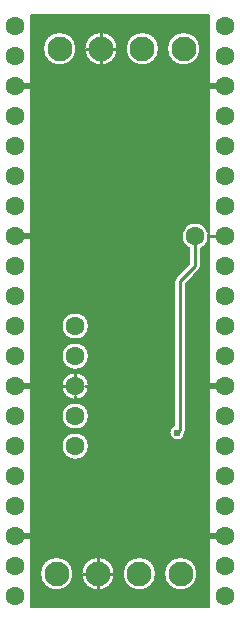
<source format=gbl>
G04 Layer: BottomLayer*
G04 EasyEDA Pro v2.2.37.7, 2025-03-30 22:28:03*
G04 Gerber Generator version 0.3*
G04 Scale: 100 percent, Rotated: No, Reflected: No*
G04 Dimensions in millimeters*
G04 Leading zeros omitted, absolute positions, 4 integers and 5 decimals*
%FSLAX45Y45*%
%MOMM*%
%ADD10C,0.2032*%
%ADD11C,0.254*%
%ADD12C,1.6002*%
%ADD13C,2.1*%
%ADD14C,0.61*%
%ADD15C,0.5127*%
%ADD16C,0.508*%
G75*


G04 Copper Start*
G36*
G01X264160Y-5044186D02*
G01X264160Y-4762500D01*
G01X337494Y-4762500D01*
G01X339414Y-4785677D01*
G01X345123Y-4808222D01*
G01X354465Y-4829520D01*
G01X367186Y-4848990D01*
G01X382937Y-4866100D01*
G01X401290Y-4880385D01*
G01X421743Y-4891454D01*
G01X443740Y-4899005D01*
G01X466679Y-4902833D01*
G01X489936Y-4902833D01*
G01X512875Y-4899005D01*
G01X534872Y-4891454D01*
G01X555325Y-4880385D01*
G01X573678Y-4866100D01*
G01X589429Y-4848990D01*
G01X602149Y-4829520D01*
G01X611492Y-4808222D01*
G01X617201Y-4785677D01*
G01X619121Y-4762500D01*
G01X619121Y-4762500D01*
G01X687480Y-4762500D01*
G01X689401Y-4785677D01*
G01X695110Y-4808222D01*
G01X704452Y-4829520D01*
G01X717172Y-4848990D01*
G01X732923Y-4866100D01*
G01X751276Y-4880385D01*
G01X771730Y-4891454D01*
G01X793726Y-4899005D01*
G01X816666Y-4902833D01*
G01X839922Y-4902833D01*
G01X862862Y-4899005D01*
G01X884858Y-4891454D01*
G01X905312Y-4880385D01*
G01X923665Y-4866100D01*
G01X939416Y-4848990D01*
G01X952136Y-4829520D01*
G01X961478Y-4808222D01*
G01X967187Y-4785677D01*
G01X969108Y-4762500D01*
G01X969108Y-4762500D01*
G01X1037492Y-4762500D01*
G01X1039413Y-4785677D01*
G01X1045122Y-4808222D01*
G01X1054464Y-4829520D01*
G01X1067184Y-4848990D01*
G01X1082935Y-4866100D01*
G01X1101288Y-4880385D01*
G01X1121742Y-4891454D01*
G01X1143738Y-4899005D01*
G01X1166678Y-4902833D01*
G01X1189934Y-4902833D01*
G01X1212874Y-4899005D01*
G01X1234870Y-4891454D01*
G01X1255324Y-4880385D01*
G01X1273677Y-4866100D01*
G01X1289428Y-4848990D01*
G01X1302148Y-4829520D01*
G01X1311490Y-4808222D01*
G01X1317199Y-4785677D01*
G01X1319120Y-4762500D01*
G01X1319120Y-4762500D01*
G01X1387479Y-4762500D01*
G01X1389399Y-4785677D01*
G01X1395108Y-4808222D01*
G01X1404451Y-4829520D01*
G01X1417171Y-4848990D01*
G01X1432922Y-4866100D01*
G01X1451275Y-4880385D01*
G01X1471728Y-4891454D01*
G01X1493725Y-4899005D01*
G01X1516664Y-4902833D01*
G01X1539921Y-4902833D01*
G01X1562860Y-4899005D01*
G01X1584857Y-4891454D01*
G01X1605310Y-4880385D01*
G01X1623663Y-4866100D01*
G01X1639414Y-4848990D01*
G01X1652135Y-4829520D01*
G01X1661477Y-4808222D01*
G01X1667186Y-4785677D01*
G01X1669106Y-4762500D01*
G01X1667186Y-4739323D01*
G01X1661477Y-4716778D01*
G01X1652135Y-4695480D01*
G01X1639414Y-4676010D01*
G01X1623663Y-4658900D01*
G01X1605310Y-4644615D01*
G01X1584857Y-4633546D01*
G01X1562860Y-4625995D01*
G01X1539921Y-4622167D01*
G01X1516664Y-4622167D01*
G01X1493725Y-4625995D01*
G01X1471728Y-4633546D01*
G01X1451275Y-4644615D01*
G01X1432922Y-4658900D01*
G01X1417171Y-4676010D01*
G01X1404451Y-4695480D01*
G01X1395108Y-4716778D01*
G01X1389399Y-4739323D01*
G01X1387479Y-4762500D01*
G01X1387479Y-4762500D01*
G01X1319120Y-4762500D01*
G01X1317199Y-4739323D01*
G01X1311490Y-4716778D01*
G01X1302148Y-4695480D01*
G01X1289428Y-4676010D01*
G01X1273677Y-4658900D01*
G01X1255324Y-4644615D01*
G01X1234870Y-4633546D01*
G01X1212874Y-4625995D01*
G01X1189934Y-4622167D01*
G01X1166678Y-4622167D01*
G01X1143738Y-4625995D01*
G01X1121742Y-4633546D01*
G01X1101288Y-4644615D01*
G01X1082935Y-4658900D01*
G01X1067184Y-4676010D01*
G01X1054464Y-4695480D01*
G01X1045122Y-4716778D01*
G01X1039413Y-4739323D01*
G01X1037492Y-4762500D01*
G01X1037492Y-4762500D01*
G01X969108Y-4762500D01*
G01X967187Y-4739323D01*
G01X961478Y-4716778D01*
G01X952136Y-4695480D01*
G01X939416Y-4676010D01*
G01X923665Y-4658900D01*
G01X905312Y-4644615D01*
G01X884858Y-4633546D01*
G01X862862Y-4625995D01*
G01X839922Y-4622167D01*
G01X816666Y-4622167D01*
G01X793726Y-4625995D01*
G01X771730Y-4633546D01*
G01X751276Y-4644615D01*
G01X732923Y-4658900D01*
G01X717172Y-4676010D01*
G01X704452Y-4695480D01*
G01X695110Y-4716778D01*
G01X689401Y-4739323D01*
G01X687480Y-4762500D01*
G01X687480Y-4762500D01*
G01X619121Y-4762500D01*
G01X617201Y-4739323D01*
G01X611492Y-4716778D01*
G01X602149Y-4695480D01*
G01X589429Y-4676010D01*
G01X573678Y-4658900D01*
G01X555325Y-4644615D01*
G01X534872Y-4633546D01*
G01X512875Y-4625995D01*
G01X489936Y-4622167D01*
G01X466679Y-4622167D01*
G01X443740Y-4625995D01*
G01X421743Y-4633546D01*
G01X401290Y-4644615D01*
G01X382937Y-4658900D01*
G01X367186Y-4676010D01*
G01X354465Y-4695480D01*
G01X345123Y-4716778D01*
G01X339414Y-4739323D01*
G01X337494Y-4762500D01*
G01X337494Y-4762500D01*
G01X264160Y-4762500D01*
G01X264160Y-3683000D01*
G01X519176Y-3683000D01*
G01X521148Y-3704283D01*
G01X526997Y-3724840D01*
G01X536524Y-3743973D01*
G01X549405Y-3761030D01*
G01X565200Y-3775430D01*
G01X583373Y-3786681D01*
G01X603303Y-3794402D01*
G01X624313Y-3798330D01*
G01X645687Y-3798330D01*
G01X666697Y-3794402D01*
G01X686627Y-3786681D01*
G01X704800Y-3775430D01*
G01X720595Y-3761030D01*
G01X733476Y-3743973D01*
G01X743003Y-3724840D01*
G01X748852Y-3704283D01*
G01X750824Y-3683000D01*
G01X748852Y-3661717D01*
G01X743003Y-3641160D01*
G01X733476Y-3622027D01*
G01X720595Y-3604970D01*
G01X704800Y-3590570D01*
G01X686627Y-3579319D01*
G01X666697Y-3571598D01*
G01X648537Y-3568203D01*
G01X1432288Y-3568203D01*
G01X1434093Y-3584073D01*
G01X1439640Y-3599052D01*
G01X1448608Y-3612270D01*
G01X1460476Y-3622960D01*
G01X1474557Y-3630502D01*
G01X1490032Y-3634458D01*
G01X1506004Y-3634599D01*
G01X1521547Y-3630917D01*
G01X1535758Y-3623626D01*
G01X1547814Y-3613147D01*
G01X1557014Y-3600090D01*
G01X1562826Y-3585212D01*
G01X1564911Y-3569375D01*
G01X1570574Y-3556881D01*
G01X1572514Y-3543300D01*
G01X1572514Y-2306095D01*
G01X1685305Y-2193305D01*
G01X1685305Y-2193305D01*
G01X1693014Y-2183257D01*
G01X1697861Y-2171556D01*
G01X1699514Y-2159000D01*
G01X1699514Y-2010174D01*
G01X1717619Y-1999748D01*
G01X1733556Y-1986238D01*
G01X1746807Y-1970086D01*
G01X1756941Y-1951816D01*
G01X1763628Y-1932022D01*
G01X1766650Y-1911349D01*
G01X1765909Y-1890470D01*
G01X1761429Y-1870063D01*
G01X1753356Y-1850793D01*
G01X1741953Y-1833287D01*
G01X1727591Y-1818115D01*
G01X1710736Y-1805769D01*
G01X1691938Y-1796652D01*
G01X1671807Y-1791060D01*
G01X1651000Y-1789176D01*
G01X1630193Y-1791060D01*
G01X1610062Y-1796652D01*
G01X1591264Y-1805769D01*
G01X1574409Y-1818115D01*
G01X1560047Y-1833287D01*
G01X1548644Y-1850793D01*
G01X1540571Y-1870063D01*
G01X1536091Y-1890470D01*
G01X1535350Y-1911349D01*
G01X1538372Y-1932022D01*
G01X1545059Y-1951816D01*
G01X1555193Y-1970086D01*
G01X1568444Y-1986238D01*
G01X1584381Y-1999748D01*
G01X1602486Y-2010174D01*
G01X1602486Y-2138905D01*
G01X1489695Y-2251695D01*
G01X1481986Y-2261743D01*
G01X1477139Y-2273444D01*
G01X1475486Y-2286000D01*
G01X1475486Y-3506545D01*
G01X1461294Y-3513875D01*
G01X1449267Y-3524385D01*
G01X1440102Y-3537467D01*
G01X1434330Y-3552361D01*
G01X1432288Y-3568203D01*
G01X648537Y-3568203D01*
G01X645687Y-3567670D01*
G01X624313Y-3567670D01*
G01X603303Y-3571598D01*
G01X583373Y-3579319D01*
G01X565200Y-3590570D01*
G01X549405Y-3604970D01*
G01X536524Y-3622027D01*
G01X526997Y-3641160D01*
G01X521148Y-3661717D01*
G01X519176Y-3683000D01*
G01X519176Y-3683000D01*
G01X264160Y-3683000D01*
G01X264160Y-3429000D01*
G01X519176Y-3429000D01*
G01X521148Y-3450283D01*
G01X526997Y-3470840D01*
G01X536524Y-3489973D01*
G01X549405Y-3507030D01*
G01X565200Y-3521430D01*
G01X583373Y-3532681D01*
G01X603303Y-3540402D01*
G01X624313Y-3544330D01*
G01X645687Y-3544330D01*
G01X666697Y-3540402D01*
G01X686627Y-3532681D01*
G01X704800Y-3521430D01*
G01X720595Y-3507030D01*
G01X733476Y-3489973D01*
G01X743003Y-3470840D01*
G01X748852Y-3450283D01*
G01X750824Y-3429000D01*
G01X748852Y-3407717D01*
G01X743003Y-3387160D01*
G01X733476Y-3368027D01*
G01X720595Y-3350970D01*
G01X704800Y-3336570D01*
G01X686627Y-3325319D01*
G01X666697Y-3317598D01*
G01X645687Y-3313670D01*
G01X624313Y-3313670D01*
G01X603303Y-3317598D01*
G01X583373Y-3325319D01*
G01X565200Y-3336570D01*
G01X549405Y-3350970D01*
G01X536524Y-3368027D01*
G01X526997Y-3387160D01*
G01X521148Y-3407717D01*
G01X519176Y-3429000D01*
G01X519176Y-3429000D01*
G01X264160Y-3429000D01*
G01X264160Y-3175000D01*
G01X519176Y-3175000D01*
G01X521148Y-3196283D01*
G01X526997Y-3216840D01*
G01X536524Y-3235973D01*
G01X549405Y-3253030D01*
G01X565200Y-3267430D01*
G01X583373Y-3278681D01*
G01X603303Y-3286402D01*
G01X624313Y-3290330D01*
G01X645687Y-3290330D01*
G01X666697Y-3286402D01*
G01X686627Y-3278681D01*
G01X704800Y-3267430D01*
G01X720595Y-3253030D01*
G01X733476Y-3235973D01*
G01X743003Y-3216840D01*
G01X748852Y-3196283D01*
G01X750824Y-3175000D01*
G01X748852Y-3153717D01*
G01X743003Y-3133160D01*
G01X733476Y-3114027D01*
G01X720595Y-3096970D01*
G01X704800Y-3082570D01*
G01X686627Y-3071319D01*
G01X666697Y-3063598D01*
G01X645687Y-3059670D01*
G01X624313Y-3059670D01*
G01X603303Y-3063598D01*
G01X583373Y-3071319D01*
G01X565200Y-3082570D01*
G01X549405Y-3096970D01*
G01X536524Y-3114027D01*
G01X526997Y-3133160D01*
G01X521148Y-3153717D01*
G01X519176Y-3175000D01*
G01X519176Y-3175000D01*
G01X264160Y-3175000D01*
G01X264160Y-2921000D01*
G01X519176Y-2921000D01*
G01X521148Y-2942283D01*
G01X526997Y-2962840D01*
G01X536524Y-2981973D01*
G01X549405Y-2999030D01*
G01X565200Y-3013430D01*
G01X583373Y-3024681D01*
G01X603303Y-3032402D01*
G01X624313Y-3036330D01*
G01X645687Y-3036330D01*
G01X666697Y-3032402D01*
G01X686627Y-3024681D01*
G01X704800Y-3013430D01*
G01X720595Y-2999030D01*
G01X733476Y-2981973D01*
G01X743003Y-2962840D01*
G01X748852Y-2942283D01*
G01X750824Y-2921000D01*
G01X748852Y-2899717D01*
G01X743003Y-2879160D01*
G01X733476Y-2860027D01*
G01X720595Y-2842970D01*
G01X704800Y-2828570D01*
G01X686627Y-2817319D01*
G01X666697Y-2809598D01*
G01X645687Y-2805670D01*
G01X624313Y-2805670D01*
G01X603303Y-2809598D01*
G01X583373Y-2817319D01*
G01X565200Y-2828570D01*
G01X549405Y-2842970D01*
G01X536524Y-2860027D01*
G01X526997Y-2879160D01*
G01X521148Y-2899717D01*
G01X519176Y-2921000D01*
G01X519176Y-2921000D01*
G01X264160Y-2921000D01*
G01X264160Y-2667000D01*
G01X519176Y-2667000D01*
G01X521148Y-2688283D01*
G01X526997Y-2708840D01*
G01X536524Y-2727973D01*
G01X549405Y-2745030D01*
G01X565200Y-2759430D01*
G01X583373Y-2770681D01*
G01X603303Y-2778402D01*
G01X624313Y-2782330D01*
G01X645687Y-2782330D01*
G01X666697Y-2778402D01*
G01X686627Y-2770681D01*
G01X704800Y-2759430D01*
G01X720595Y-2745030D01*
G01X733476Y-2727973D01*
G01X743003Y-2708840D01*
G01X748852Y-2688283D01*
G01X750824Y-2667000D01*
G01X748852Y-2645717D01*
G01X743003Y-2625160D01*
G01X733476Y-2606027D01*
G01X720595Y-2588970D01*
G01X704800Y-2574570D01*
G01X686627Y-2563319D01*
G01X666697Y-2555598D01*
G01X645687Y-2551670D01*
G01X624313Y-2551670D01*
G01X603303Y-2555598D01*
G01X583373Y-2563319D01*
G01X565200Y-2574570D01*
G01X549405Y-2588970D01*
G01X536524Y-2606027D01*
G01X526997Y-2625160D01*
G01X521148Y-2645717D01*
G01X519176Y-2667000D01*
G01X519176Y-2667000D01*
G01X264160Y-2667000D01*
G01X264160Y-317500D01*
G01X362894Y-317500D01*
G01X364814Y-340677D01*
G01X370523Y-363222D01*
G01X379865Y-384520D01*
G01X392586Y-403990D01*
G01X408337Y-421100D01*
G01X426690Y-435385D01*
G01X447143Y-446454D01*
G01X469140Y-454005D01*
G01X492079Y-457833D01*
G01X515336Y-457833D01*
G01X538275Y-454005D01*
G01X560272Y-446454D01*
G01X580725Y-435385D01*
G01X599078Y-421100D01*
G01X614829Y-403990D01*
G01X627549Y-384520D01*
G01X636892Y-363222D01*
G01X642601Y-340677D01*
G01X644521Y-317500D01*
G01X644521Y-317500D01*
G01X644521Y-317500D01*
G01X712880Y-317500D01*
G01X714801Y-340677D01*
G01X720510Y-363222D01*
G01X729852Y-384520D01*
G01X742572Y-403990D01*
G01X758323Y-421100D01*
G01X776676Y-435385D01*
G01X797130Y-446454D01*
G01X819126Y-454005D01*
G01X842066Y-457833D01*
G01X865322Y-457833D01*
G01X888262Y-454005D01*
G01X910258Y-446454D01*
G01X930712Y-435385D01*
G01X949065Y-421100D01*
G01X964816Y-403990D01*
G01X977536Y-384520D01*
G01X986878Y-363222D01*
G01X992587Y-340677D01*
G01X994508Y-317500D01*
G01X994508Y-317500D01*
G01X994508Y-317500D01*
G01X1062892Y-317500D01*
G01X1064813Y-340677D01*
G01X1070522Y-363222D01*
G01X1079864Y-384520D01*
G01X1092584Y-403990D01*
G01X1108335Y-421100D01*
G01X1126688Y-435385D01*
G01X1147142Y-446454D01*
G01X1169138Y-454005D01*
G01X1192078Y-457833D01*
G01X1215334Y-457833D01*
G01X1238274Y-454005D01*
G01X1260270Y-446454D01*
G01X1280724Y-435385D01*
G01X1299077Y-421100D01*
G01X1314828Y-403990D01*
G01X1327548Y-384520D01*
G01X1336890Y-363222D01*
G01X1342599Y-340677D01*
G01X1344520Y-317500D01*
G01X1344520Y-317500D01*
G01X1344520Y-317500D01*
G01X1412879Y-317500D01*
G01X1414799Y-340677D01*
G01X1420508Y-363222D01*
G01X1429851Y-384520D01*
G01X1442571Y-403990D01*
G01X1458322Y-421100D01*
G01X1476675Y-435385D01*
G01X1497128Y-446454D01*
G01X1519125Y-454005D01*
G01X1542064Y-457833D01*
G01X1565321Y-457833D01*
G01X1588260Y-454005D01*
G01X1610257Y-446454D01*
G01X1630710Y-435385D01*
G01X1649063Y-421100D01*
G01X1664814Y-403990D01*
G01X1677535Y-384520D01*
G01X1686877Y-363222D01*
G01X1692586Y-340677D01*
G01X1694506Y-317500D01*
G01X1694506Y-317500D01*
G01X1692586Y-294323D01*
G01X1686877Y-271778D01*
G01X1677535Y-250480D01*
G01X1664814Y-231010D01*
G01X1649063Y-213900D01*
G01X1630710Y-199615D01*
G01X1610257Y-188546D01*
G01X1588260Y-180995D01*
G01X1565321Y-177167D01*
G01X1542064Y-177167D01*
G01X1519125Y-180995D01*
G01X1497128Y-188546D01*
G01X1476675Y-199615D01*
G01X1458322Y-213900D01*
G01X1442571Y-231010D01*
G01X1429851Y-250480D01*
G01X1420508Y-271778D01*
G01X1414799Y-294323D01*
G01X1412879Y-317500D01*
G01X1344520Y-317500D01*
G01X1342599Y-294323D01*
G01X1336890Y-271778D01*
G01X1327548Y-250480D01*
G01X1314828Y-231010D01*
G01X1299077Y-213900D01*
G01X1280724Y-199615D01*
G01X1260270Y-188546D01*
G01X1238274Y-180995D01*
G01X1215334Y-177167D01*
G01X1192078Y-177167D01*
G01X1169138Y-180995D01*
G01X1147142Y-188546D01*
G01X1126688Y-199615D01*
G01X1108335Y-213900D01*
G01X1092584Y-231010D01*
G01X1079864Y-250480D01*
G01X1070522Y-271778D01*
G01X1064813Y-294323D01*
G01X1062892Y-317500D01*
G01X994508Y-317500D01*
G01X992587Y-294323D01*
G01X986878Y-271778D01*
G01X977536Y-250480D01*
G01X964816Y-231010D01*
G01X949065Y-213900D01*
G01X930712Y-199615D01*
G01X910258Y-188546D01*
G01X888262Y-180995D01*
G01X865322Y-177167D01*
G01X842066Y-177167D01*
G01X819126Y-180995D01*
G01X797130Y-188546D01*
G01X776676Y-199615D01*
G01X758323Y-213900D01*
G01X742572Y-231010D01*
G01X729852Y-250480D01*
G01X720510Y-271778D01*
G01X714801Y-294323D01*
G01X712880Y-317500D01*
G01X644521Y-317500D01*
G01X642601Y-294323D01*
G01X636892Y-271778D01*
G01X627549Y-250480D01*
G01X614829Y-231010D01*
G01X599078Y-213900D01*
G01X580725Y-199615D01*
G01X560272Y-188546D01*
G01X538275Y-180995D01*
G01X515336Y-177167D01*
G01X492079Y-177167D01*
G01X469140Y-180995D01*
G01X447143Y-188546D01*
G01X426690Y-199615D01*
G01X408337Y-213900D01*
G01X392586Y-231010D01*
G01X379865Y-250480D01*
G01X370523Y-271778D01*
G01X364814Y-294323D01*
G01X362894Y-317500D01*
G01X264160Y-317500D01*
G01X264160Y-35814D01*
G01X1767840Y-35814D01*
G01X1767840Y-5044186D01*
G01X264160Y-5044186D01*
G37*
G54D10*
G01X264160Y-5044186D02*
G01X264160Y-35814D01*
G01X1767840Y-35814D01*
G01X1767840Y-5044186D01*
G01X264160Y-5044186D01*
G01X337494Y-4762500D02*
G03X619121Y-4762500I140814J0D01*
G03X337494Y-4762500I-140814J0D01*
G01X644521Y-317500D02*
G03X362894Y-317500I-140814J0D01*
G03X644521Y-317500I140814J0D01*
G01X519176Y-2667000D02*
G03X750824Y-2667000I115824J0D01*
G03X519176Y-2667000I-115824J0D01*
G01X519176Y-2921000D02*
G03X750824Y-2921000I115824J0D01*
G03X519176Y-2921000I-115824J0D01*
G01X519176Y-3175000D02*
G03X750824Y-3175000I115824J0D01*
G03X519176Y-3175000I-115824J0D01*
G01X519176Y-3429000D02*
G03X750824Y-3429000I115824J0D01*
G03X519176Y-3429000I-115824J0D01*
G01X519176Y-3683000D02*
G03X750824Y-3683000I115824J0D01*
G03X519176Y-3683000I-115824J0D01*
G01X687480Y-4762500D02*
G03X969108Y-4762500I140814J0D01*
G03X687480Y-4762500I-140814J0D01*
G01X994508Y-317500D02*
G03X712880Y-317500I-140814J0D01*
G03X994508Y-317500I140814J0D01*
G01X1037492Y-4762500D02*
G03X1319120Y-4762500I140814J0D01*
G03X1037492Y-4762500I-140814J0D01*
G01X1344520Y-317500D02*
G03X1062892Y-317500I-140814J0D01*
G03X1344520Y-317500I140814J0D01*
G01X1387479Y-4762500D02*
G03X1669106Y-4762500I140814J0D01*
G03X1387479Y-4762500I-140814J0D01*
G01X1694506Y-317500D02*
G03X1412879Y-317500I-140814J0D01*
G03X1694506Y-317500I140814J0D01*
G01X1685305Y-2193305D02*
G03X1699514Y-2159000I-34305J34305D01*
G01X1699514Y-2010174D01*
G03X1651000Y-1789176I-48514J105174D01*
G03X1602486Y-2010174I0J-115824D01*
G01X1602486Y-2138905D01*
G01X1489695Y-2251695D01*
G03X1475486Y-2286000I34305J-34305D01*
G01X1475486Y-3506545D01*
G03X1460476Y-3622960I23114J-62155D01*
G03X1564911Y-3569375I38124J54260D01*
G03X1572514Y-3543300I-40911J26075D01*
G01X1572514Y-2306095D01*
G01X1685305Y-2193305D01*
G54D11*
G01X555244Y-3175000D02*
G01X529336Y-3175000D01*
G01X714756Y-3175000D02*
G01X740664Y-3175000D01*
G01X635000Y-3095244D02*
G01X635000Y-3069336D01*
G01X635000Y-3254756D02*
G01X635000Y-3280664D01*
G01X723548Y-4762500D02*
G01X697640Y-4762500D01*
G01X933040Y-4762500D02*
G01X958948Y-4762500D01*
G01X828294Y-4657754D02*
G01X828294Y-4631846D01*
G01X828294Y-4867246D02*
G01X828294Y-4893154D01*
G01X958440Y-317500D02*
G01X984348Y-317500D01*
G01X748948Y-317500D02*
G01X723040Y-317500D01*
G01X853694Y-422246D02*
G01X853694Y-448154D01*
G01X853694Y-212754D02*
G01X853694Y-186846D01*
G04 Copper End*

G04 Pad Start*
G54D12*
G01X127000Y-127000D03*
G01X127000Y-381000D03*
G01X127000Y-635000D03*
G01X127000Y-889000D03*
G01X127000Y-1143000D03*
G01X127000Y-1397000D03*
G01X127000Y-1651000D03*
G01X127000Y-1905000D03*
G01X127000Y-2159000D03*
G01X127000Y-2413000D03*
G01X1905000Y-127000D03*
G01X1905000Y-381000D03*
G01X1905000Y-635000D03*
G01X1905000Y-889000D03*
G01X1905000Y-1143000D03*
G01X1905000Y-1397000D03*
G01X1905000Y-2413000D03*
G01X1905000Y-2159000D03*
G01X1905000Y-1905000D03*
G01X1905000Y-1651000D03*
G01X127000Y-2667000D03*
G01X127000Y-2921000D03*
G01X127000Y-3175000D03*
G01X127000Y-3429000D03*
G01X127000Y-3683000D03*
G01X127000Y-3937000D03*
G01X127000Y-4953000D03*
G01X127000Y-4699000D03*
G01X127000Y-4445000D03*
G01X127000Y-4191000D03*
G01X1905000Y-2667000D03*
G01X1905000Y-4191000D03*
G01X1905000Y-4445000D03*
G01X1905000Y-4699000D03*
G01X1905000Y-4953000D03*
G01X1905000Y-3937000D03*
G01X1905000Y-3683000D03*
G01X1905000Y-3429000D03*
G01X1905000Y-3175000D03*
G01X1905000Y-2921000D03*
G54D13*
G01X1553693Y-317500D03*
G01X1203706Y-317500D03*
G01X853694Y-317500D03*
G01X503707Y-317500D03*
G01X478307Y-4762500D03*
G01X828294Y-4762500D03*
G01X1178306Y-4762500D03*
G01X1528293Y-4762500D03*
G54D12*
G01X635000Y-2921000D03*
G01X635000Y-2667000D03*
G01X635000Y-3429000D03*
G01X635000Y-3683000D03*
G01X635000Y-3175000D03*
G01X1651000Y-1905000D03*
G04 Pad End*

G04 Via Start*
G54D14*
G01X1252804Y-2768600D03*
G01X1054830Y-2768600D03*
G01X1450340Y-2768600D03*
G01X1193800Y-3581400D03*
G01X1387455Y-3578245D03*
G01X1231900Y-1727200D03*
G01X1028700Y-1727200D03*
G01X1016000Y-1346200D03*
G01X1231900Y-1346200D03*
G01X1498600Y-3568700D03*
G01X1435100Y-1346200D03*
G01X1435100Y-1727200D03*
G01X1028700Y-800100D03*
G01X1473200Y-838200D03*
G01X1663700Y-457200D03*
G01X673100Y-927100D03*
G01X863600Y-1905000D03*
G01X635000Y-3556000D03*
G01X635000Y-2794000D03*
G01X508000Y-1905000D03*
G01X1231900Y-1536700D03*
G01X1473200Y-1536700D03*
G01X1003300Y-1536700D03*
G04 Via End*

G04 Track Start*
G54D16*
G01X127000Y-4445000D02*
G01X317500Y-4445000D01*
G01X1905000Y-3175000D02*
G01X1739900Y-3175000D01*
G01X1905000Y-635000D02*
G01X1727200Y-635000D01*
G01X127000Y-635000D02*
G01X317500Y-635000D01*
G01X127000Y-1905000D02*
G01X330200Y-1905000D01*
G01X127000Y-3175000D02*
G01X317500Y-3175000D01*
G01X1905000Y-4445000D02*
G01X1739900Y-4445000D01*
G54D11*
G01X1524000Y-3543300D02*
G01X1498600Y-3568700D01*
G01X1524000Y-2286000D02*
G01X1524000Y-3543300D01*
G01X1651000Y-1905000D02*
G01X1651000Y-2159000D01*
G01X1524000Y-2286000D01*
G01X1903540Y-1904281D02*
G01X1863261Y-1904281D01*
G01X1862542Y-1905000D01*
G01X1778000Y-1905000D01*
G04 Track End*

M02*


</source>
